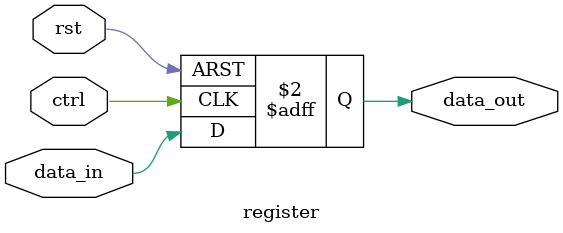
<source format=sv>
module register #(
    parameter integer        size = 1  // Size - Number of inputs and outputs
)(
    input  logic [size-1:0]  data_in, // Input vector 
    output logic [size-1:0] data_out, // Output vector

    input  logic                ctrl, // Control signal - Clock

    input  logic                 rst  // Circuit asyncronous reset -> data_out = {0} 
);

// Behaviour definition ========================================================
always_ff @(posedge rst, posedge ctrl) begin
    if(rst) data_out <= {size{1'b0}};
    else    data_out <= data_in;
end

endmodule

</source>
